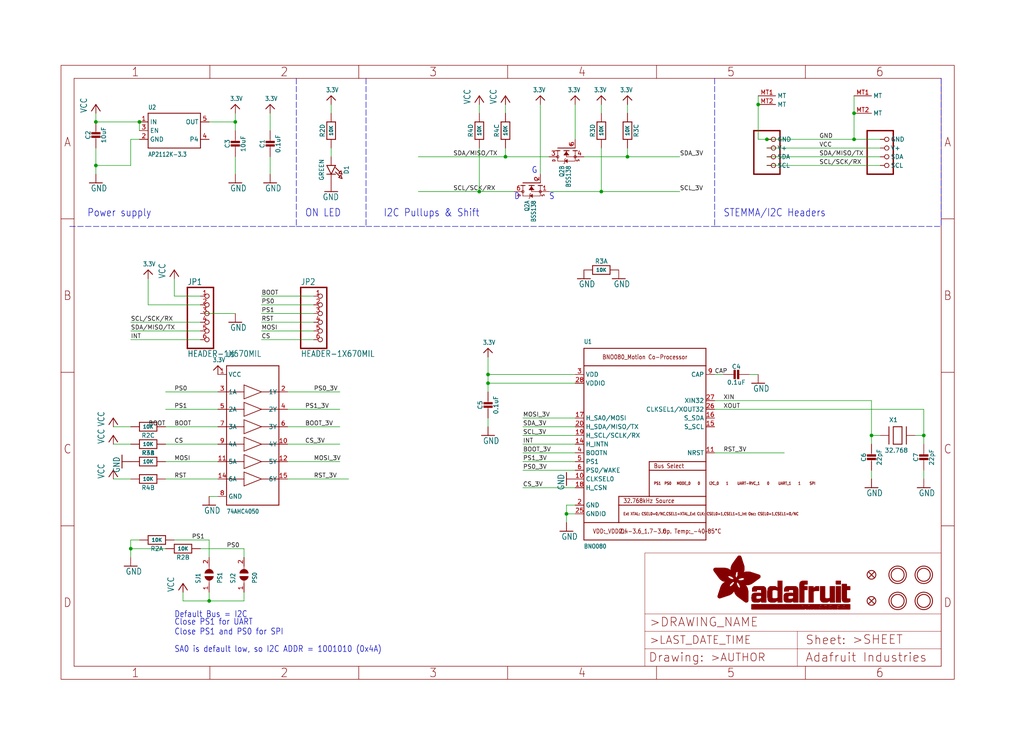
<source format=kicad_sch>
(kicad_sch (version 20211123) (generator eeschema)
  (paper "User" 298.45 217.881)
  (lib_symbols
    (symbol "schematicEagle-eagle-import:3.3V" (power)
      (property "Value" "3.3V" (at -1.524 1.016 0))
      (symbol "3.3V_1_0"
        (pin power_in line (at 0 -2.54 90) (length 2.54) (name "3.3V") (number "1"))
      )
    )
    (symbol "schematicEagle-eagle-import:74HC4050DTSSOP"
      (property "Reference" "U" (at -7.62 22.86 0))
      (property "Value" "74HC4050DTSSOP" (at -7.62 -22.86 0))
      (symbol "74HC4050DTSSOP_1_0"
        (pin bidirectional line (at -10.16 17.78 0) (length 2.54) (name "VCC") (number "1"))
        (pin bidirectional line (at 10.16 -2.54 180) (length 2.54) (name "4Y") (number "10"))
        (pin bidirectional line (at -10.16 -7.62 0) (length 2.54) (name "5A") (number "11"))
        (pin bidirectional line (at 10.16 -7.62 180) (length 2.54) (name "5Y") (number "12"))
        (pin bidirectional line (at -10.16 -12.7 0) (length 2.54) (name "6A") (number "14"))
        (pin bidirectional line (at 10.16 -12.7 180) (length 2.54) (name "6Y") (number "15"))
        (pin bidirectional line (at 10.16 12.7 180) (length 2.54) (name "1Y") (number "2"))
        (pin bidirectional line (at -10.16 12.7 0) (length 2.54) (name "1A") (number "3"))
        (pin bidirectional line (at 10.16 7.62 180) (length 2.54) (name "2Y") (number "4"))
        (pin bidirectional line (at -10.16 7.62 0) (length 2.54) (name "2A") (number "5"))
        (pin bidirectional line (at 10.16 2.54 180) (length 2.54) (name "3Y") (number "6"))
        (pin bidirectional line (at -10.16 2.54 0) (length 2.54) (name "3A") (number "7"))
        (pin bidirectional line (at -10.16 -17.78 0) (length 2.54) (name "GND") (number "8"))
        (pin bidirectional line (at -10.16 -2.54 0) (length 2.54) (name "4A") (number "9"))
      )
    )
    (symbol "schematicEagle-eagle-import:BNO080"
      (property "Reference" "U" (at -17.78 29.21 0))
      (property "Value" "BNO080" (at -17.78 -30.48 0))
      (symbol "BNO080_1_0"
        (text "2.4-3.6_1.7-3.6" (at -7.62 -25.4 0) (effects (font (size 1.27 1.0795)) (justify left)))
        (text "32.768kHz Source" (at -6.35 -16.51 0) (effects (font (size 1.27 1.0795)) (justify left)))
        (text "BNO080_Motion Co-Processor" (at 0 25.4 0) (effects (font (size 1.27 1.0795))))
        (text "Bus Select" (at 2.54 -6.35 0) (effects (font (size 1.27 1.0795)) (justify left)))
        (text "Ext XTAL: CSEL0=0/NC,CSEL1=XTAL_Ext CLK: CSEL0=1,CSEL1=1_Int Osc: CSEL0=1,CSEL1=0/NC" (at -6.35 -20.32 0) (effects (font (size 0.8128 0.6908)) (justify left)))
        (text "Op. Temp:_-40~85°C" (at 5.08 -25.4 0) (effects (font (size 1.27 1.0795)) (justify left)))
        (text "PS1  PS0   MODE_0    0     I2C_0    1     UART-RVC_1    0     UART_1    1     SPI" (at 2.54 -11.43 0) (effects (font (size 0.8128 0.6908)) (justify left)))
        (text "VDD:_VDDIO:" (at -15.24 -25.4 0) (effects (font (size 1.27 1.0795)) (justify left)))
        (pin input line (at -20.32 -10.16 0) (length 2.54) (name "CLKSEL0") (number "10"))
        (pin input line (at 20.32 -2.54 180) (length 2.54) (name "NRST") (number "11"))
        (pin output line (at -20.32 0 0) (length 2.54) (name "H_INTN") (number "14"))
        (pin bidirectional line (at 20.32 5.08 180) (length 2.54) (name "S_SCL") (number "15"))
        (pin bidirectional line (at 20.32 7.62 180) (length 2.54) (name "S_SDA") (number "16"))
        (pin output line (at -20.32 7.62 0) (length 2.54) (name "H_SA0/MOSI") (number "17"))
        (pin input line (at -20.32 -12.7 0) (length 2.54) (name "H_CSN") (number "18"))
        (pin bidirectional line (at -20.32 2.54 0) (length 2.54) (name "H_SCL/SCLK/RX") (number "19"))
        (pin power_in line (at -20.32 -17.78 0) (length 2.54) (name "GND") (number "2"))
        (pin bidirectional line (at -20.32 5.08 0) (length 2.54) (name "H_SDA/MISO/TX") (number "20"))
        (pin power_in line (at -20.32 -20.32 0) (length 2.54) (name "GNDIO") (number "25"))
        (pin output line (at 20.32 10.16 180) (length 2.54) (name "CLKSEL1/XOUT32") (number "26"))
        (pin input line (at 20.32 12.7 180) (length 2.54) (name "XIN32") (number "27"))
        (pin power_in line (at -20.32 17.78 0) (length 2.54) (name "VDDIO") (number "28"))
        (pin power_in line (at -20.32 20.32 0) (length 2.54) (name "VDD") (number "3"))
        (pin input line (at -20.32 -2.54 0) (length 2.54) (name "BOOTN") (number "4"))
        (pin input line (at -20.32 -5.08 0) (length 2.54) (name "PS1") (number "5"))
        (pin input line (at -20.32 -7.62 0) (length 2.54) (name "PS0/WAKE") (number "6"))
        (pin passive line (at 20.32 20.32 180) (length 2.54) (name "CAP") (number "9"))
      )
    )
    (symbol "schematicEagle-eagle-import:CAP_CERAMIC0603_NO"
      (property "Reference" "C" (at -2.29 1.25 90))
      (property "Value" "CAP_CERAMIC0603_NO" (at 2.3 1.25 90))
      (symbol "CAP_CERAMIC0603_NO_1_0"
        (pin passive line (at 0 5.08 270) (length 2.54) (name "1") (number "1"))
        (pin passive line (at 0 -2.54 90) (length 2.54) (name "2") (number "2"))
      )
    )
    (symbol "schematicEagle-eagle-import:CAP_CERAMIC0805-NOOUTLINE"
      (property "Reference" "C" (at -2.29 1.25 90))
      (property "Value" "CAP_CERAMIC0805-NOOUTLINE" (at 2.3 1.25 90))
      (symbol "CAP_CERAMIC0805-NOOUTLINE_1_0"
        (pin passive line (at 0 5.08 270) (length 2.54) (name "1") (number "1"))
        (pin passive line (at 0 -2.54 90) (length 2.54) (name "2") (number "2"))
      )
    )
    (symbol "schematicEagle-eagle-import:FIDUCIAL_1MM")
    (symbol "schematicEagle-eagle-import:FRAME_A4_ADAFRUIT"
      (symbol "FRAME_A4_ADAFRUIT_0_0"
        (text "1" (at 21.6958 1.905 0) (effects (font (size 2.54 2.286))))
        (text "1" (at 21.6958 177.165 0) (effects (font (size 2.54 2.286))))
        (text "2" (at 65.0875 1.905 0) (effects (font (size 2.54 2.286))))
        (text "2" (at 65.0875 177.165 0) (effects (font (size 2.54 2.286))))
        (text "3" (at 108.4792 1.905 0) (effects (font (size 2.54 2.286))))
        (text "3" (at 108.4792 177.165 0) (effects (font (size 2.54 2.286))))
        (text "4" (at 151.8708 1.905 0) (effects (font (size 2.54 2.286))))
        (text "4" (at 151.8708 177.165 0) (effects (font (size 2.54 2.286))))
        (text "5" (at 195.2625 1.905 0) (effects (font (size 2.54 2.286))))
        (text "5" (at 195.2625 177.165 0) (effects (font (size 2.54 2.286))))
        (text "6" (at 238.6542 1.905 0) (effects (font (size 2.54 2.286))))
        (text "6" (at 238.6542 177.165 0) (effects (font (size 2.54 2.286))))
        (text "A" (at 1.905 156.6863 0) (effects (font (size 2.54 2.286))))
        (text "A" (at 258.445 156.6863 0) (effects (font (size 2.54 2.286))))
        (text "B" (at 1.905 111.9188 0) (effects (font (size 2.54 2.286))))
        (text "B" (at 258.445 111.9188 0) (effects (font (size 2.54 2.286))))
        (text "C" (at 1.905 67.1513 0) (effects (font (size 2.54 2.286))))
        (text "C" (at 258.445 67.1513 0) (effects (font (size 2.54 2.286))))
        (text "D" (at 1.905 22.3838 0) (effects (font (size 2.54 2.286))))
        (text "D" (at 258.445 22.3838 0) (effects (font (size 2.54 2.286))))
      )
      (symbol "FRAME_A4_ADAFRUIT_1_0"
        (text ">AUTHOR" (at 189.23 5.08 0) (effects (font (size 2.286 2.286)) (justify left bottom)))
        (text ">DRAWING_NAME" (at 171.45 15.24 0) (effects (font (size 2.54 2.54)) (justify left bottom)))
        (text ">LAST_DATE_TIME" (at 171.45 10.16 0) (effects (font (size 2.286 2.286)) (justify left bottom)))
        (text ">SHEET" (at 230.505 10.16 0) (effects (font (size 2.54 2.54)) (justify left bottom)))
        (text "Adafruit Industries" (at 216.916 4.953 0) (effects (font (size 2.54 2.54)) (justify left bottom)))
        (text "Drawing:" (at 171.196 4.953 0) (effects (font (size 2.54 2.54)) (justify left bottom)))
        (text "Sheet:" (at 216.916 10.033 0) (effects (font (size 2.54 2.54)) (justify left bottom)))
      )
    )
    (symbol "schematicEagle-eagle-import:GND" (power)
      (property "Value" "GND" (at -2.54 -2.54 0))
      (symbol "GND_1_0"
        (pin power_in line (at 0 2.54 270) (length 2.54) (name "GND") (number "1"))
      )
    )
    (symbol "schematicEagle-eagle-import:HEADER-1X670MIL"
      (property "Reference" "JP" (at -6.35 10.795 0))
      (property "Value" "HEADER-1X670MIL" (at -6.35 -10.16 0))
      (symbol "HEADER-1X670MIL_1_0"
        (pin passive inverted (at -2.54 7.62 0) (length 2.54) (name "1") (number "1"))
        (pin passive inverted (at -2.54 5.08 0) (length 2.54) (name "2") (number "2"))
        (pin passive inverted (at -2.54 2.54 0) (length 2.54) (name "3") (number "3"))
        (pin passive inverted (at -2.54 0 0) (length 2.54) (name "4") (number "4"))
        (pin passive inverted (at -2.54 -2.54 0) (length 2.54) (name "5") (number "5"))
        (pin passive inverted (at -2.54 -5.08 0) (length 2.54) (name "6") (number "6"))
      )
    )
    (symbol "schematicEagle-eagle-import:LED0603_NOOUTLINE"
      (property "Reference" "D" (at -1.27 4.445 0))
      (property "Value" "LED0603_NOOUTLINE" (at -1.27 -2.794 0))
      (symbol "LED0603_NOOUTLINE_1_0"
        (pin passive line (at -5.08 0 0) (length 2.54) (name "A") (number "A"))
        (pin passive line (at 2.54 0 180) (length 2.54) (name "C") (number "C"))
      )
    )
    (symbol "schematicEagle-eagle-import:MOSFET-N_DUAL"
      (property "Reference" "Q" (at 5.08 0.635 0))
      (property "Value" "MOSFET-N_DUAL" (at 5.08 -1.27 0))
      (symbol "MOSFET-N_DUAL_1_0"
        (text "D" (at 3.175 3.175 0) (effects (font (size 0.8128 0.6908)) (justify left bottom)))
        (text "G" (at -1.27 -1.905 0) (effects (font (size 0.8128 0.6908)) (justify left bottom)))
        (text "S" (at 3.175 -3.81 0) (effects (font (size 0.8128 0.6908)) (justify left bottom)))
        (pin bidirectional line (at 2.54 -5.08 90) (length 2.54) (name "S") (number "1"))
        (pin bidirectional line (at -2.54 -2.54 0) (length 2.54) (name "G") (number "2"))
        (pin bidirectional line (at 2.54 5.08 270) (length 2.54) (name "D") (number "6"))
      )
      (symbol "MOSFET-N_DUAL_2_0"
        (text "D" (at 3.175 3.175 0) (effects (font (size 0.8128 0.6908)) (justify left bottom)))
        (text "G" (at -1.27 -1.905 0) (effects (font (size 0.8128 0.6908)) (justify left bottom)))
        (text "S" (at 3.175 -3.81 0) (effects (font (size 0.8128 0.6908)) (justify left bottom)))
        (pin bidirectional line (at 2.54 5.08 270) (length 2.54) (name "D") (number "3"))
        (pin bidirectional line (at 2.54 -5.08 90) (length 2.54) (name "S") (number "4"))
        (pin bidirectional line (at -2.54 -2.54 0) (length 2.54) (name "G") (number "5"))
      )
    )
    (symbol "schematicEagle-eagle-import:MOUNTINGHOLE2.5")
    (symbol "schematicEagle-eagle-import:RESISTOR_4PACK"
      (property "Reference" "R" (at 0 2.54 0))
      (property "Value" "RESISTOR_4PACK" (at 0 0 0))
      (symbol "RESISTOR_4PACK_1_0"
        (pin passive line (at -5.08 0 0) (length 2.54) (name "1") (number "1"))
        (pin passive line (at 5.08 0 180) (length 2.54) (name "2") (number "8"))
      )
      (symbol "RESISTOR_4PACK_2_0"
        (pin passive line (at -5.08 0 0) (length 2.54) (name "1") (number "2"))
        (pin passive line (at 5.08 0 180) (length 2.54) (name "2") (number "7"))
      )
      (symbol "RESISTOR_4PACK_3_0"
        (pin passive line (at -5.08 0 0) (length 2.54) (name "1") (number "3"))
        (pin passive line (at 5.08 0 180) (length 2.54) (name "2") (number "6"))
      )
      (symbol "RESISTOR_4PACK_4_0"
        (pin passive line (at -5.08 0 0) (length 2.54) (name "1") (number "4"))
        (pin passive line (at 5.08 0 180) (length 2.54) (name "2") (number "5"))
      )
    )
    (symbol "schematicEagle-eagle-import:SOLDERJUMPER"
      (property "Reference" "SJ" (at -2.54 2.54 0))
      (property "Value" "SOLDERJUMPER" (at -2.54 -3.81 0))
      (symbol "SOLDERJUMPER_1_0"
        (pin passive line (at -5.08 0 0) (length 2.54) (name "1") (number "1"))
        (pin passive line (at 5.08 0 180) (length 2.54) (name "2") (number "2"))
      )
    )
    (symbol "schematicEagle-eagle-import:STEMMA_I2C_QT"
      (symbol "STEMMA_I2C_QT_1_0"
        (pin passive inverted (at 0 5.08 0) (length 2.54) (name "GND") (number "1"))
        (pin passive inverted (at 0 2.54 0) (length 2.54) (name "V+") (number "2"))
        (pin passive inverted (at 0 0 0) (length 2.54) (name "SDA") (number "3"))
        (pin passive inverted (at 0 -2.54 0) (length 2.54) (name "SCL") (number "4"))
      )
      (symbol "STEMMA_I2C_QT_2_0"
        (pin bidirectional line (at 0 0 0) (length 5.08) (name "MT") (number "MT1"))
      )
      (symbol "STEMMA_I2C_QT_3_0"
        (pin bidirectional line (at 0 0 0) (length 5.08) (name "MT") (number "MT2"))
      )
    )
    (symbol "schematicEagle-eagle-import:VCC" (power)
      (property "Value" "VCC" (at -2.54 -2.54 90))
      (symbol "VCC_1_0"
        (pin power_in line (at 0 -2.54 90) (length 2.54) (name "VCC") (number "1"))
      )
    )
    (symbol "schematicEagle-eagle-import:VREG_SOT23-5"
      (property "Reference" "U" (at -7.62 6.096 0))
      (property "Value" "VREG_SOT23-5" (at -7.62 -7.62 0))
      (symbol "VREG_SOT23-5_1_0"
        (pin power_in line (at -10.16 2.54 0) (length 2.54) (name "IN") (number "1"))
        (pin power_in line (at -10.16 -2.54 0) (length 2.54) (name "GND") (number "2"))
        (pin input line (at -10.16 0 0) (length 2.54) (name "EN") (number "3"))
        (pin bidirectional line (at 10.16 -2.54 180) (length 2.54) (name "P4") (number "4"))
        (pin power_in line (at 10.16 2.54 180) (length 2.54) (name "OUT") (number "5"))
      )
    )
    (symbol "schematicEagle-eagle-import:XTAL-3.2X1.5"
      (property "Reference" "X" (at -2.54 3.81 0))
      (property "Value" "XTAL-3.2X1.5" (at -3.81 -5.08 0))
      (symbol "XTAL-3.2X1.5_1_0"
        (pin bidirectional line (at -5.08 0 0) (length 2.54) (name "P$1") (number "P$1"))
        (pin bidirectional line (at 5.08 0 180) (length 2.54) (name "P$2") (number "P$2"))
      )
    )
  )
  (junction (at 38.1 160.02))
  (junction (at 248.92 40.64))
  (junction (at 142.24 111.76))
  (junction (at 60.96 175.26))
  (junction (at 254 127))
  (junction (at 40.64 35.56))
  (junction (at 147.32 45.72))
  (junction (at 139.7 55.88))
  (junction (at 223.52 40.64))
  (junction (at 68.58 35.56))
  (junction (at 27.94 35.56))
  (junction (at 269.24 127))
  (junction (at 220.98 30.48))
  (junction (at 142.24 109.22))
  (junction (at 165.1 149.86))
  (junction (at 27.94 48.26))
  (junction (at 182.88 45.72))
  (junction (at 175.26 55.88))
  (junction (at 248.92 33.02))
  (wire (pts (xy 147.32 33.02) (xy 147.32 30.48)))
  (wire (pts (xy 167.64 147.32) (xy 165.1 147.32)))
  (polyline (pts (xy 20.32 66.04) (xy 86.36 66.04)))
  (wire (pts (xy 63.5 119.38) (xy 48.26 119.38)))
  (wire (pts (xy 142.24 111.76) (xy 142.24 109.22)))
  (wire (pts (xy 83.82 124.46) (xy 99.06 124.46)))
  (wire (pts (xy 139.7 55.88) (xy 121.92 55.88)))
  (wire (pts (xy 160.02 55.88) (xy 175.26 55.88)))
  (wire (pts (xy 147.32 43.18) (xy 147.32 45.72)))
  (wire (pts (xy 248.92 40.64) (xy 223.52 40.64)))
  (wire (pts (xy 167.64 132.08) (xy 152.4 132.08)))
  (wire (pts (xy 167.64 109.22) (xy 142.24 109.22)))
  (wire (pts (xy 38.1 157.48) (xy 38.1 160.02)))
  (wire (pts (xy 269.24 127) (xy 269.24 129.54)))
  (wire (pts (xy 50.8 86.36) (xy 50.8 81.28)))
  (wire (pts (xy 60.96 35.56) (xy 68.58 35.56)))
  (wire (pts (xy 167.64 121.92) (xy 152.4 121.92)))
  (wire (pts (xy 256.54 45.72) (xy 223.52 45.72)))
  (wire (pts (xy 160.02 45.72) (xy 147.32 45.72)))
  (wire (pts (xy 248.92 33.02) (xy 248.92 40.64)))
  (wire (pts (xy 33.02 129.54) (xy 38.1 129.54)))
  (wire (pts (xy 167.64 129.54) (xy 152.4 129.54)))
  (wire (pts (xy 157.48 50.8) (xy 157.48 30.48)))
  (wire (pts (xy 96.52 30.48) (xy 96.52 33.02)))
  (wire (pts (xy 40.64 35.56) (xy 27.94 35.56)))
  (wire (pts (xy 269.24 137.16) (xy 269.24 139.7)))
  (wire (pts (xy 175.26 33.02) (xy 175.26 30.48)))
  (wire (pts (xy 58.42 91.44) (xy 68.58 91.44)))
  (wire (pts (xy 223.52 48.26) (xy 256.54 48.26)))
  (wire (pts (xy 91.44 88.9) (xy 76.2 88.9)))
  (wire (pts (xy 91.44 96.52) (xy 76.2 96.52)))
  (wire (pts (xy 165.1 147.32) (xy 165.1 149.86)))
  (wire (pts (xy 91.44 93.98) (xy 76.2 93.98)))
  (wire (pts (xy 208.28 116.84) (xy 254 116.84)))
  (wire (pts (xy 63.5 124.46) (xy 48.26 124.46)))
  (wire (pts (xy 208.28 132.08) (xy 228.6 132.08)))
  (wire (pts (xy 220.98 27.94) (xy 220.98 30.48)))
  (wire (pts (xy 269.24 119.38) (xy 269.24 127)))
  (wire (pts (xy 60.96 172.72) (xy 60.96 175.26)))
  (wire (pts (xy 58.42 160.02) (xy 71.12 160.02)))
  (wire (pts (xy 165.1 149.86) (xy 165.1 152.4)))
  (wire (pts (xy 142.24 121.92) (xy 142.24 124.46)))
  (wire (pts (xy 38.1 40.64) (xy 38.1 48.26)))
  (wire (pts (xy 208.28 119.38) (xy 269.24 119.38)))
  (wire (pts (xy 220.98 30.48) (xy 220.98 40.64)))
  (wire (pts (xy 63.5 144.78) (xy 60.96 144.78)))
  (wire (pts (xy 254 137.16) (xy 254 139.7)))
  (polyline (pts (xy 106.68 66.04) (xy 208.28 66.04)))
  (wire (pts (xy 152.4 137.16) (xy 167.64 137.16)))
  (wire (pts (xy 167.64 134.62) (xy 152.4 134.62)))
  (wire (pts (xy 53.34 175.26) (xy 53.34 172.72)))
  (wire (pts (xy 167.64 124.46) (xy 152.4 124.46)))
  (wire (pts (xy 256.54 40.64) (xy 248.92 40.64)))
  (wire (pts (xy 91.44 86.36) (xy 76.2 86.36)))
  (wire (pts (xy 71.12 175.26) (xy 60.96 175.26)))
  (wire (pts (xy 48.26 160.02) (xy 38.1 160.02)))
  (wire (pts (xy 68.58 35.56) (xy 68.58 33.02)))
  (wire (pts (xy 63.5 134.62) (xy 48.26 134.62)))
  (wire (pts (xy 167.64 111.76) (xy 142.24 111.76)))
  (wire (pts (xy 170.18 45.72) (xy 182.88 45.72)))
  (wire (pts (xy 71.12 160.02) (xy 71.12 162.56)))
  (wire (pts (xy 182.88 43.18) (xy 182.88 45.72)))
  (wire (pts (xy 182.88 33.02) (xy 182.88 30.48)))
  (wire (pts (xy 58.42 99.06) (xy 38.1 99.06)))
  (wire (pts (xy 27.94 33.02) (xy 27.94 35.56)))
  (wire (pts (xy 167.64 127) (xy 152.4 127)))
  (wire (pts (xy 142.24 109.22) (xy 142.24 104.14)))
  (wire (pts (xy 83.82 134.62) (xy 99.06 134.62)))
  (wire (pts (xy 48.26 129.54) (xy 63.5 129.54)))
  (wire (pts (xy 71.12 172.72) (xy 71.12 175.26)))
  (polyline (pts (xy 208.28 22.86) (xy 208.28 66.04)))
  (wire (pts (xy 33.02 139.7) (xy 38.1 139.7)))
  (polyline (pts (xy 86.36 22.86) (xy 86.36 66.04)))
  (wire (pts (xy 78.74 33.02) (xy 78.74 38.1)))
  (wire (pts (xy 63.5 114.3) (xy 48.26 114.3)))
  (wire (pts (xy 33.02 124.46) (xy 38.1 124.46)))
  (wire (pts (xy 60.96 157.48) (xy 60.96 162.56)))
  (wire (pts (xy 50.8 157.48) (xy 60.96 157.48)))
  (wire (pts (xy 142.24 114.3) (xy 142.24 111.76)))
  (wire (pts (xy 167.64 40.64) (xy 167.64 30.48)))
  (wire (pts (xy 175.26 55.88) (xy 198.12 55.88)))
  (wire (pts (xy 91.44 91.44) (xy 76.2 91.44)))
  (wire (pts (xy 254 127) (xy 254 129.54)))
  (wire (pts (xy 60.96 175.26) (xy 53.34 175.26)))
  (polyline (pts (xy 208.28 66.04) (xy 274.32 66.04)))
  (wire (pts (xy 167.64 142.24) (xy 152.4 142.24)))
  (wire (pts (xy 83.82 129.54) (xy 99.06 129.54)))
  (wire (pts (xy 58.42 86.36) (xy 50.8 86.36)))
  (wire (pts (xy 68.58 45.72) (xy 68.58 50.8)))
  (wire (pts (xy 58.42 96.52) (xy 38.1 96.52)))
  (wire (pts (xy 38.1 157.48) (xy 40.64 157.48)))
  (wire (pts (xy 218.44 109.22) (xy 220.98 109.22)))
  (wire (pts (xy 48.26 139.7) (xy 63.5 139.7)))
  (wire (pts (xy 91.44 99.06) (xy 76.2 99.06)))
  (wire (pts (xy 96.52 45.72) (xy 96.52 43.18)))
  (wire (pts (xy 43.18 88.9) (xy 43.18 81.28)))
  (wire (pts (xy 99.06 119.38) (xy 83.82 119.38)))
  (wire (pts (xy 83.82 139.7) (xy 101.6 139.7)))
  (polyline (pts (xy 274.32 22.86) (xy 274.32 66.04)))
  (wire (pts (xy 27.94 48.26) (xy 27.94 43.18)))
  (wire (pts (xy 40.64 38.1) (xy 40.64 35.56)))
  (wire (pts (xy 139.7 43.18) (xy 139.7 55.88)))
  (wire (pts (xy 149.86 55.88) (xy 139.7 55.88)))
  (polyline (pts (xy 106.68 22.86) (xy 106.68 66.04)))
  (wire (pts (xy 83.82 114.3) (xy 99.06 114.3)))
  (wire (pts (xy 147.32 45.72) (xy 121.92 45.72)))
  (wire (pts (xy 40.64 40.64) (xy 38.1 40.64)))
  (wire (pts (xy 254 116.84) (xy 254 127)))
  (wire (pts (xy 58.42 88.9) (xy 43.18 88.9)))
  (wire (pts (xy 27.94 48.26) (xy 27.94 50.8)))
  (wire (pts (xy 256.54 127) (xy 254 127)))
  (wire (pts (xy 266.7 127) (xy 269.24 127)))
  (wire (pts (xy 167.64 149.86) (xy 165.1 149.86)))
  (wire (pts (xy 78.74 45.72) (xy 78.74 50.8)))
  (wire (pts (xy 38.1 160.02) (xy 38.1 162.56)))
  (wire (pts (xy 175.26 43.18) (xy 175.26 55.88)))
  (wire (pts (xy 58.42 93.98) (xy 38.1 93.98)))
  (wire (pts (xy 38.1 48.26) (xy 27.94 48.26)))
  (polyline (pts (xy 86.36 66.04) (xy 106.68 66.04)))
  (wire (pts (xy 223.52 43.18) (xy 256.54 43.18)))
  (wire (pts (xy 182.88 45.72) (xy 198.12 45.72)))
  (wire (pts (xy 220.98 40.64) (xy 223.52 40.64)))
  (wire (pts (xy 68.58 35.56) (xy 68.58 38.1)))
  (wire (pts (xy 139.7 30.48) (xy 139.7 33.02)))
  (wire (pts (xy 208.28 109.22) (xy 210.82 109.22)))
  (wire (pts (xy 248.92 27.94) (xy 248.92 33.02)))
  (text "ON LED" (at 88.9 63.5 180) (effects (font (size 2.1844 1.8567)) (justify left bottom)))
  (text "I2C Pullups & Shift" (at 111.76 63.5 180) (effects (font (size 2.1844 1.8567)) (justify left bottom)))
  (text "SA0 is default low, so I2C ADDR = 1001010 (0x4A)" (at 50.8 190.5 180) (effects (font (size 1.778 1.5113)) (justify left bottom)))
  (text "Close PS1 for UART\nClose PS1 and PS0 for SPI" (at 50.8 185.42 180) (effects (font (size 1.778 1.5113)) (justify left bottom)))
  (text "Power supply" (at 25.4 63.5 180) (effects (font (size 2.1844 1.8567)) (justify left bottom)))
  (text "S" (at 160.02 58.42 180) (effects (font (size 1.778 1.5113)) (justify left bottom)))
  (text "G" (at 154.94 50.8 180) (effects (font (size 1.778 1.5113)) (justify left bottom)))
  (text "D" (at 149.86 58.42 180) (effects (font (size 1.778 1.5113)) (justify left bottom)))
  (text "Default Bus = I2C" (at 50.8 180.34 180) (effects (font (size 1.778 1.5113)) (justify left bottom)))
  (text "STEMMA/I2C Headers" (at 210.82 63.5 180) (effects (font (size 2.1844 1.8567)) (justify left bottom)))
  (label "XIN" (at 210.82 116.84 0) (effects (font (size 1.2446 1.2446))))
  (label "BOOT" (at 76.2 86.36 0) (effects (font (size 1.2446 1.2446))))
  (label "SDA/MISO/TX" (at 238.76 45.72 0) (effects (font (size 1.2446 1.2446))))
  (label "GND" (at 238.76 40.64 0) (effects (font (size 1.2446 1.2446))))
  (label "RST_3V" (at 91.44 139.7 0) (effects (font (size 1.2446 1.2446))))
  (label "BOOT_3V" (at 88.9 124.46 0) (effects (font (size 1.2446 1.2446))))
  (label "PS1_3V" (at 88.9 119.38 0) (effects (font (size 1.2446 1.2446))))
  (label "CS_3V" (at 88.9 129.54 0) (effects (font (size 1.2446 1.2446))))
  (label "INT" (at 152.4 129.54 0) (effects (font (size 1.2446 1.2446))))
  (label "BOOT" (at 50.8 124.46 0) (effects (font (size 1.2446 1.2446))))
  (label "SDA/MISO/TX" (at 132.08 45.72 0) (effects (font (size 1.2446 1.2446))))
  (label "PS1" (at 55.88 157.48 0) (effects (font (size 1.2446 1.2446))))
  (label "PS0" (at 76.2 88.9 0) (effects (font (size 1.2446 1.2446))))
  (label "MOSI" (at 50.8 134.62 0) (effects (font (size 1.2446 1.2446))))
  (label "SCL/SCK/RX" (at 238.76 48.26 0) (effects (font (size 1.2446 1.2446))))
  (label "SDA_3V" (at 152.4 124.46 0) (effects (font (size 1.2446 1.2446))))
  (label "MOSI" (at 76.2 96.52 0) (effects (font (size 1.2446 1.2446))))
  (label "BOOT_3V" (at 152.4 132.08 0) (effects (font (size 1.2446 1.2446))))
  (label "CS" (at 50.8 129.54 0) (effects (font (size 1.2446 1.2446))))
  (label "RST_3V" (at 210.82 132.08 0) (effects (font (size 1.2446 1.2446))))
  (label "PS1_3V" (at 152.4 134.62 0) (effects (font (size 1.2446 1.2446))))
  (label "PS0_3V" (at 152.4 137.16 0) (effects (font (size 1.2446 1.2446))))
  (label "XOUT" (at 210.82 119.38 0) (effects (font (size 1.2446 1.2446))))
  (label "PS1" (at 50.8 119.38 0) (effects (font (size 1.2446 1.2446))))
  (label "INT" (at 38.1 99.06 0) (effects (font (size 1.2446 1.2446))))
  (label "PS1" (at 76.2 91.44 0) (effects (font (size 1.2446 1.2446))))
  (label "PS0" (at 50.8 114.3 0) (effects (font (size 1.2446 1.2446))))
  (label "MOSI_3V" (at 91.44 134.62 0) (effects (font (size 1.2446 1.2446))))
  (label "PS0" (at 66.04 160.02 0) (effects (font (size 1.2446 1.2446))))
  (label "MOSI_3V" (at 152.4 121.92 0) (effects (font (size 1.2446 1.2446))))
  (label "RST" (at 76.2 93.98 0) (effects (font (size 1.2446 1.2446))))
  (label "PS0_3V" (at 91.44 114.3 0) (effects (font (size 1.2446 1.2446))))
  (label "SCL/SCK/RX" (at 132.08 55.88 0) (effects (font (size 1.2446 1.2446))))
  (label "SCL_3V" (at 198.12 55.88 0) (effects (font (size 1.2446 1.2446))))
  (label "SDA_3V" (at 198.12 45.72 0) (effects (font (size 1.2446 1.2446))))
  (label "VCC" (at 238.76 43.18 0) (effects (font (size 1.2446 1.2446))))
  (label "BOOT" (at 48.26 124.46 180) (effects (font (size 1.2446 1.2446))))
  (label "RST" (at 50.8 139.7 0) (effects (font (size 1.2446 1.2446))))
  (label "CAP" (at 208.28 109.22 0) (effects (font (size 1.2446 1.2446))))
  (label "CS_3V" (at 152.4 142.24 0) (effects (font (size 1.2446 1.2446))))
  (label "SDA/MISO/TX" (at 38.1 96.52 0) (effects (font (size 1.2446 1.2446))))
  (label "SCL/SCK/RX" (at 38.1 93.98 0) (effects (font (size 1.2446 1.2446))))
  (label "CS" (at 76.2 99.06 0) (effects (font (size 1.2446 1.2446))))
  (label "SCL_3V" (at 152.4 127 0) (effects (font (size 1.2446 1.2446))))
  (symbol (lib_id "schematicEagle-eagle-import:RESISTOR_4PACK") (at 147.32 38.1 90) (unit 3)
    (property "Reference" "R4" (at 144.78 38.1 0))
    (property "Value" "10K" (at 147.32 38.1 0) (effects (font (size 1.016 1.016) bold)))
    (property "Footprint" "schematicEagle:RESPACK_4X0603" (effects hide))
  )
  (symbol (lib_id "schematicEagle-eagle-import:RESISTOR_4PACK") (at 96.52 38.1 90) (unit 4)
    (property "Reference" "R2" (at 93.98 38.1 0))
    (property "Value" "10K" (at 96.52 38.1 0) (effects (font (size 1.016 1.016) bold)))
    (property "Footprint" "schematicEagle:RESPACK_4X0603" (effects hide))
  )
  (symbol (lib_id "schematicEagle-eagle-import:VREG_SOT23-5") (at 50.8 38.1 0) (unit 1)
    (property "Reference" "U2" (at 43.18 32.004 0) (effects (font (size 1.27 1.0795)) (justify left bottom)))
    (property "Value" "AP2112K-3.3" (at 43.18 45.72 0) (effects (font (size 1.27 1.0795)) (justify left bottom)))
    (property "Footprint" "schematicEagle:SOT23-5" (effects hide))
  )
  (symbol (lib_id "schematicEagle-eagle-import:GND") (at 269.24 142.24 0) (unit 1)
    (property "Reference" "#U$9" (effects hide))
    (property "Value" "GND" (at 267.716 144.78 0) (effects (font (size 1.778 1.5113)) (justify left bottom)))
    (property "Footprint" "schematicEagle:" (effects hide))
  )
  (symbol (lib_id "schematicEagle-eagle-import:GND") (at 180.34 81.28 0) (unit 1)
    (property "Reference" "#U$29" (effects hide))
    (property "Value" "GND" (at 178.816 83.82 0) (effects (font (size 1.778 1.5113)) (justify left bottom)))
    (property "Footprint" "schematicEagle:" (effects hide))
  )
  (symbol (lib_id "schematicEagle-eagle-import:SOLDERJUMPER") (at 71.12 167.64 90) (unit 1)
    (property "Reference" "SJ2" (at 68.58 170.18 0) (effects (font (size 1.27 1.0795)) (justify left bottom)))
    (property "Value" "PS0" (at 74.93 170.18 0) (effects (font (size 1.27 1.0795)) (justify left bottom)))
    (property "Footprint" "schematicEagle:SOLDERJUMPER_ARROW_NOPASTE" (effects hide))
  )
  (symbol (lib_id "schematicEagle-eagle-import:MOUNTINGHOLE2.5") (at 261.62 175.26 0) (unit 1)
    (property "Reference" "U$1" (effects hide))
    (property "Value" "MOUNTINGHOLE2.5" (effects hide))
    (property "Footprint" "schematicEagle:MOUNTINGHOLE_2.5_PLATED" (effects hide))
  )
  (symbol (lib_id "schematicEagle-eagle-import:MOUNTINGHOLE2.5") (at 269.24 167.64 0) (unit 1)
    (property "Reference" "U$19" (effects hide))
    (property "Value" "MOUNTINGHOLE2.5" (effects hide))
    (property "Footprint" "schematicEagle:MOUNTINGHOLE_2.5_PLATED" (effects hide))
  )
  (symbol (lib_id "schematicEagle-eagle-import:3.3V") (at 78.74 30.48 0) (unit 1)
    (property "Reference" "#U$14" (effects hide))
    (property "Value" "3.3V" (at 77.216 29.464 0) (effects (font (size 1.27 1.0795)) (justify left bottom)))
    (property "Footprint" "schematicEagle:" (effects hide))
  )
  (symbol (lib_id "schematicEagle-eagle-import:STEMMA_I2C_QT") (at 248.92 27.94 0) (unit 2)
    (property "Reference" "CONN4" (effects hide))
    (property "Value" "STEMMA_I2C_QT" (effects hide))
    (property "Footprint" "schematicEagle:JST_SH4" (effects hide))
  )
  (symbol (lib_id "schematicEagle-eagle-import:VCC") (at 53.34 170.18 0) (unit 1)
    (property "Reference" "#P+8" (effects hide))
    (property "Value" "VCC" (at 50.8 172.72 90) (effects (font (size 1.778 1.5113)) (justify left bottom)))
    (property "Footprint" "schematicEagle:" (effects hide))
  )
  (symbol (lib_id "schematicEagle-eagle-import:GND") (at 68.58 93.98 0) (unit 1)
    (property "Reference" "#U$10" (effects hide))
    (property "Value" "GND" (at 67.056 96.52 0) (effects (font (size 1.778 1.5113)) (justify left bottom)))
    (property "Footprint" "schematicEagle:" (effects hide))
  )
  (symbol (lib_id "schematicEagle-eagle-import:3.3V") (at 182.88 27.94 0) (mirror y) (unit 1)
    (property "Reference" "#U$7" (effects hide))
    (property "Value" "3.3V" (at 184.404 26.924 0) (effects (font (size 1.27 1.0795)) (justify left bottom)))
    (property "Footprint" "schematicEagle:" (effects hide))
  )
  (symbol (lib_id "schematicEagle-eagle-import:HEADER-1X670MIL") (at 60.96 93.98 0) (unit 1)
    (property "Reference" "JP1" (at 54.61 83.185 0) (effects (font (size 1.778 1.5113)) (justify left bottom)))
    (property "Value" "HEADER-1X670MIL" (at 54.61 104.14 0) (effects (font (size 1.778 1.5113)) (justify left bottom)))
    (property "Footprint" "schematicEagle:1X06_ROUND_70" (effects hide))
  )
  (symbol (lib_id "schematicEagle-eagle-import:FIDUCIAL_1MM") (at 254 167.64 0) (unit 1)
    (property "Reference" "FID4" (effects hide))
    (property "Value" "FIDUCIAL_1MM" (effects hide))
    (property "Footprint" "schematicEagle:FIDUCIAL_1MM" (effects hide))
  )
  (symbol (lib_id "schematicEagle-eagle-import:3.3V") (at 157.48 27.94 0) (mirror y) (unit 1)
    (property "Reference" "#U$26" (effects hide))
    (property "Value" "3.3V" (at 159.004 26.924 0) (effects (font (size 1.27 1.0795)) (justify left bottom)))
    (property "Footprint" "schematicEagle:" (effects hide))
  )
  (symbol (lib_id "schematicEagle-eagle-import:MOUNTINGHOLE2.5") (at 269.24 175.26 0) (unit 1)
    (property "Reference" "U$21" (effects hide))
    (property "Value" "MOUNTINGHOLE2.5" (effects hide))
    (property "Footprint" "schematicEagle:MOUNTINGHOLE_2.5_PLATED" (effects hide))
  )
  (symbol (lib_id "schematicEagle-eagle-import:VCC") (at 27.94 30.48 0) (unit 1)
    (property "Reference" "#P+3" (effects hide))
    (property "Value" "VCC" (at 25.4 33.02 90) (effects (font (size 1.778 1.5113)) (justify left bottom)))
    (property "Footprint" "schematicEagle:" (effects hide))
  )
  (symbol (lib_id "schematicEagle-eagle-import:MOSFET-N_DUAL") (at 165.1 43.18 90) (mirror x) (unit 2)
    (property "Reference" "Q2" (at 164.465 48.26 0) (effects (font (size 1.27 1.0795)) (justify left bottom)))
    (property "Value" "BSS138" (at 166.37 48.26 0) (effects (font (size 1.27 1.0795)) (justify left bottom)))
    (property "Footprint" "schematicEagle:SOT363" (effects hide))
  )
  (symbol (lib_id "schematicEagle-eagle-import:GND") (at 170.18 81.28 0) (unit 1)
    (property "Reference" "#U$33" (effects hide))
    (property "Value" "GND" (at 168.656 83.82 0) (effects (font (size 1.778 1.5113)) (justify left bottom)))
    (property "Footprint" "schematicEagle:" (effects hide))
  )
  (symbol (lib_id "schematicEagle-eagle-import:GND") (at 38.1 165.1 0) (unit 1)
    (property "Reference" "#U$28" (effects hide))
    (property "Value" "GND" (at 36.576 167.64 0) (effects (font (size 1.778 1.5113)) (justify left bottom)))
    (property "Footprint" "schematicEagle:" (effects hide))
  )
  (symbol (lib_id "schematicEagle-eagle-import:RESISTOR_4PACK") (at 175.26 38.1 90) (unit 4)
    (property "Reference" "R3" (at 172.72 38.1 0))
    (property "Value" "10K" (at 175.26 38.1 0) (effects (font (size 1.016 1.016) bold)))
    (property "Footprint" "schematicEagle:RESPACK_4X0603" (effects hide))
  )
  (symbol (lib_id "schematicEagle-eagle-import:3.3V") (at 167.64 27.94 0) (mirror y) (unit 1)
    (property "Reference" "#U$23" (effects hide))
    (property "Value" "3.3V" (at 169.164 26.924 0) (effects (font (size 1.27 1.0795)) (justify left bottom)))
    (property "Footprint" "schematicEagle:" (effects hide))
  )
  (symbol (lib_id "schematicEagle-eagle-import:RESISTOR_4PACK") (at 139.7 38.1 90) (unit 4)
    (property "Reference" "R4" (at 137.16 38.1 0))
    (property "Value" "10K" (at 139.7 38.1 0) (effects (font (size 1.016 1.016) bold)))
    (property "Footprint" "schematicEagle:RESPACK_4X0603" (effects hide))
  )
  (symbol (lib_id "schematicEagle-eagle-import:RESISTOR_4PACK") (at 182.88 38.1 270) (unit 3)
    (property "Reference" "R3" (at 185.42 38.1 0))
    (property "Value" "10K" (at 182.88 38.1 0) (effects (font (size 1.016 1.016) bold)))
    (property "Footprint" "schematicEagle:RESPACK_4X0603" (effects hide))
  )
  (symbol (lib_id "schematicEagle-eagle-import:VCC") (at 50.8 78.74 0) (unit 1)
    (property "Reference" "#P+4" (effects hide))
    (property "Value" "VCC" (at 48.26 81.28 90) (effects (font (size 1.778 1.5113)) (justify left bottom)))
    (property "Footprint" "schematicEagle:" (effects hide))
  )
  (symbol (lib_id "schematicEagle-eagle-import:SOLDERJUMPER") (at 60.96 167.64 90) (unit 1)
    (property "Reference" "SJ1" (at 58.42 170.18 0) (effects (font (size 1.27 1.0795)) (justify left bottom)))
    (property "Value" "PS1" (at 64.77 170.18 0) (effects (font (size 1.27 1.0795)) (justify left bottom)))
    (property "Footprint" "schematicEagle:SOLDERJUMPER_ARROW_NOPASTE" (effects hide))
  )
  (symbol (lib_id "schematicEagle-eagle-import:MOUNTINGHOLE2.5") (at 261.62 167.64 0) (unit 1)
    (property "Reference" "U$17" (effects hide))
    (property "Value" "MOUNTINGHOLE2.5" (effects hide))
    (property "Footprint" "schematicEagle:MOUNTINGHOLE_2.5_PLATED" (effects hide))
  )
  (symbol (lib_id "schematicEagle-eagle-import:3.3V") (at 175.26 27.94 0) (mirror y) (unit 1)
    (property "Reference" "#U$24" (effects hide))
    (property "Value" "3.3V" (at 176.784 26.924 0) (effects (font (size 1.27 1.0795)) (justify left bottom)))
    (property "Footprint" "schematicEagle:" (effects hide))
  )
  (symbol (lib_id "schematicEagle-eagle-import:HEADER-1X670MIL") (at 93.98 93.98 0) (unit 1)
    (property "Reference" "JP2" (at 87.63 83.185 0) (effects (font (size 1.778 1.5113)) (justify left bottom)))
    (property "Value" "HEADER-1X670MIL" (at 87.63 104.14 0) (effects (font (size 1.778 1.5113)) (justify left bottom)))
    (property "Footprint" "schematicEagle:1X06_ROUND_70" (effects hide))
  )
  (symbol (lib_id "schematicEagle-eagle-import:RESISTOR_4PACK") (at 43.18 134.62 0) (unit 2)
    (property "Reference" "R3" (at 43.18 132.08 0))
    (property "Value" "10K" (at 43.18 134.62 0) (effects (font (size 1.016 1.016) bold)))
    (property "Footprint" "schematicEagle:RESPACK_4X0603" (effects hide))
  )
  (symbol (lib_id "schematicEagle-eagle-import:RESISTOR_4PACK") (at 43.18 139.7 180) (unit 2)
    (property "Reference" "R4" (at 43.18 142.24 0))
    (property "Value" "10K" (at 43.18 139.7 0) (effects (font (size 1.016 1.016) bold)))
    (property "Footprint" "schematicEagle:RESPACK_4X0603" (effects hide))
  )
  (symbol (lib_id "schematicEagle-eagle-import:VCC") (at 33.02 127 0) (unit 1)
    (property "Reference" "#P+5" (effects hide))
    (property "Value" "VCC" (at 30.48 129.54 90) (effects (font (size 1.778 1.5113)) (justify left bottom)))
    (property "Footprint" "schematicEagle:" (effects hide))
  )
  (symbol (lib_id "schematicEagle-eagle-import:STEMMA_I2C_QT") (at 248.92 33.02 0) (unit 3)
    (property "Reference" "CONN4" (effects hide))
    (property "Value" "STEMMA_I2C_QT" (effects hide))
    (property "Footprint" "schematicEagle:JST_SH4" (effects hide))
  )
  (symbol (lib_id "schematicEagle-eagle-import:STEMMA_I2C_QT") (at 256.54 45.72 0) (unit 1)
    (property "Reference" "CONN4" (effects hide))
    (property "Value" "STEMMA_I2C_QT" (effects hide))
    (property "Footprint" "schematicEagle:JST_SH4" (effects hide))
  )
  (symbol (lib_id "schematicEagle-eagle-import:GND") (at 27.94 53.34 0) (unit 1)
    (property "Reference" "#U$13" (effects hide))
    (property "Value" "GND" (at 26.416 55.88 0) (effects (font (size 1.778 1.5113)) (justify left bottom)))
    (property "Footprint" "schematicEagle:" (effects hide))
  )
  (symbol (lib_id "schematicEagle-eagle-import:74HC4050DTSSOP") (at 73.66 127 0) (unit 1)
    (property "Reference" "U3" (at 66.04 104.14 0) (effects (font (size 1.27 1.0795)) (justify left bottom)))
    (property "Value" "74AHC4050" (at 66.04 149.86 0) (effects (font (size 1.27 1.0795)) (justify left bottom)))
    (property "Footprint" "schematicEagle:TSSOP16" (effects hide))
  )
  (symbol (lib_id "schematicEagle-eagle-import:VCC") (at 33.02 121.92 0) (unit 1)
    (property "Reference" "#P+7" (effects hide))
    (property "Value" "VCC" (at 30.48 124.46 90) (effects (font (size 1.778 1.5113)) (justify left bottom)))
    (property "Footprint" "schematicEagle:" (effects hide))
  )
  (symbol (lib_id "schematicEagle-eagle-import:GND") (at 142.24 127 0) (unit 1)
    (property "Reference" "#U$11" (effects hide))
    (property "Value" "GND" (at 140.716 129.54 0) (effects (font (size 1.778 1.5113)) (justify left bottom)))
    (property "Footprint" "schematicEagle:" (effects hide))
  )
  (symbol (lib_id "schematicEagle-eagle-import:GND") (at 96.52 55.88 0) (unit 1)
    (property "Reference" "#GND6" (effects hide))
    (property "Value" "GND" (at 93.98 58.42 0) (effects (font (size 1.778 1.5113)) (justify left bottom)))
    (property "Footprint" "schematicEagle:" (effects hide))
  )
  (symbol (lib_id "schematicEagle-eagle-import:3.3V") (at 96.52 27.94 0) (unit 1)
    (property "Reference" "#U$3" (effects hide))
    (property "Value" "3.3V" (at 94.996 26.924 0) (effects (font (size 1.27 1.0795)) (justify left bottom)))
    (property "Footprint" "schematicEagle:" (effects hide))
  )
  (symbol (lib_id "schematicEagle-eagle-import:GND") (at 165.1 139.7 270) (unit 1)
    (property "Reference" "#U$27" (effects hide))
    (property "Value" "GND" (at 162.56 138.176 0) (effects (font (size 1.778 1.5113)) (justify left bottom)))
    (property "Footprint" "schematicEagle:" (effects hide))
  )
  (symbol (lib_id "schematicEagle-eagle-import:GND") (at 60.96 147.32 0) (unit 1)
    (property "Reference" "#U$34" (effects hide))
    (property "Value" "GND" (at 59.436 149.86 0) (effects (font (size 1.778 1.5113)) (justify left bottom)))
    (property "Footprint" "schematicEagle:" (effects hide))
  )
  (symbol (lib_id "schematicEagle-eagle-import:3.3V") (at 63.5 106.68 0) (unit 1)
    (property "Reference" "#U$32" (effects hide))
    (property "Value" "3.3V" (at 61.976 105.664 0) (effects (font (size 1.27 1.0795)) (justify left bottom)))
    (property "Footprint" "schematicEagle:" (effects hide))
  )
  (symbol (lib_id "schematicEagle-eagle-import:GND") (at 78.74 53.34 0) (unit 1)
    (property "Reference" "#U$6" (effects hide))
    (property "Value" "GND" (at 77.216 55.88 0) (effects (font (size 1.778 1.5113)) (justify left bottom)))
    (property "Footprint" "schematicEagle:" (effects hide))
  )
  (symbol (lib_id "schematicEagle-eagle-import:GND") (at 220.98 111.76 0) (unit 1)
    (property "Reference" "#U$8" (effects hide))
    (property "Value" "GND" (at 219.456 114.3 0) (effects (font (size 1.778 1.5113)) (justify left bottom)))
    (property "Footprint" "schematicEagle:" (effects hide))
  )
  (symbol (lib_id "schematicEagle-eagle-import:CAP_CERAMIC0603_NO") (at 254 134.62 0) (unit 1)
    (property "Reference" "C6" (at 251.71 133.37 90))
    (property "Value" "22pF" (at 256.3 133.37 90))
    (property "Footprint" "schematicEagle:0603-NO" (effects hide))
  )
  (symbol (lib_id "schematicEagle-eagle-import:CAP_CERAMIC0603_NO") (at 142.24 119.38 0) (unit 1)
    (property "Reference" "C5" (at 139.95 118.13 90))
    (property "Value" "0.1uF" (at 144.54 118.13 90))
    (property "Footprint" "schematicEagle:0603-NO" (effects hide))
  )
  (symbol (lib_id "schematicEagle-eagle-import:GND") (at 35.56 134.62 270) (unit 1)
    (property "Reference" "#U$20" (effects hide))
    (property "Value" "GND" (at 33.02 133.096 0) (effects (font (size 1.778 1.5113)) (justify left bottom)))
    (property "Footprint" "schematicEagle:" (effects hide))
  )
  (symbol (lib_id "schematicEagle-eagle-import:RESISTOR_4PACK") (at 175.26 78.74 0) (unit 1)
    (property "Reference" "R3" (at 175.26 76.2 0))
    (property "Value" "10K" (at 175.26 78.74 0) (effects (font (size 1.016 1.016) bold)))
    (property "Footprint" "schematicEagle:RESPACK_4X0603" (effects hide))
  )
  (symbol (lib_id "schematicEagle-eagle-import:STEMMA_I2C_QT") (at 223.52 45.72 0) (unit 1)
    (property "Reference" "CONN3" (effects hide))
    (property "Value" "STEMMA_I2C_QT" (effects hide))
    (property "Footprint" "schematicEagle:JST_SH4" (effects hide))
  )
  (symbol (lib_id "schematicEagle-eagle-import:VCC") (at 147.32 27.94 0) (unit 1)
    (property "Reference" "#P+2" (effects hide))
    (property "Value" "VCC" (at 144.78 30.48 90) (effects (font (size 1.778 1.5113)) (justify left bottom)))
    (property "Footprint" "schematicEagle:" (effects hide))
  )
  (symbol (lib_id "schematicEagle-eagle-import:GND") (at 165.1 154.94 0) (unit 1)
    (property "Reference" "#U$2" (effects hide))
    (property "Value" "GND" (at 163.576 157.48 0) (effects (font (size 1.778 1.5113)) (justify left bottom)))
    (property "Footprint" "schematicEagle:" (effects hide))
  )
  (symbol (lib_id "schematicEagle-eagle-import:LED0603_NOOUTLINE") (at 96.52 50.8 270) (unit 1)
    (property "Reference" "D1" (at 100.965 49.53 0))
    (property "Value" "GREEN" (at 93.726 49.53 0))
    (property "Footprint" "schematicEagle:CHIPLED_0603_NOOUTLINE" (effects hide))
  )
  (symbol (lib_id "schematicEagle-eagle-import:CAP_CERAMIC0603_NO") (at 213.36 109.22 270) (unit 1)
    (property "Reference" "C4" (at 214.61 106.93 90))
    (property "Value" "0.1uF" (at 214.61 111.52 90))
    (property "Footprint" "schematicEagle:0603-NO" (effects hide))
  )
  (symbol (lib_id "schematicEagle-eagle-import:STEMMA_I2C_QT") (at 220.98 27.94 0) (unit 2)
    (property "Reference" "CONN3" (effects hide))
    (property "Value" "STEMMA_I2C_QT" (effects hide))
    (property "Footprint" "schematicEagle:JST_SH4" (effects hide))
  )
  (symbol (lib_id "schematicEagle-eagle-import:RESISTOR_4PACK") (at 43.18 124.46 180) (unit 3)
    (property "Reference" "R2" (at 43.18 127 0))
    (property "Value" "10K" (at 43.18 124.46 0) (effects (font (size 1.016 1.016) bold)))
    (property "Footprint" "schematicEagle:RESPACK_4X0603" (effects hide))
  )
  (symbol (lib_id "schematicEagle-eagle-import:3.3V") (at 43.18 78.74 0) (unit 1)
    (property "Reference" "#U$16" (effects hide))
    (property "Value" "3.3V" (at 41.656 77.724 0) (effects (font (size 1.27 1.0795)) (justify left bottom)))
    (property "Footprint" "schematicEagle:" (effects hide))
  )
  (symbol (lib_id "schematicEagle-eagle-import:FIDUCIAL_1MM") (at 254 175.26 0) (unit 1)
    (property "Reference" "FID3" (effects hide))
    (property "Value" "FIDUCIAL_1MM" (effects hide))
    (property "Footprint" "schematicEagle:FIDUCIAL_1MM" (effects hide))
  )
  (symbol (lib_id "schematicEagle-eagle-import:CAP_CERAMIC0603_NO") (at 269.24 134.62 0) (unit 1)
    (property "Reference" "C7" (at 266.95 133.37 90))
    (property "Value" "22pF" (at 271.54 133.37 90))
    (property "Footprint" "schematicEagle:0603-NO" (effects hide))
  )
  (symbol (lib_id "schematicEagle-eagle-import:BNO080") (at 187.96 129.54 0) (unit 1)
    (property "Reference" "U1" (at 170.18 100.33 0) (effects (font (size 1.27 1.0795)) (justify left bottom)))
    (property "Value" "BNO080" (at 170.18 160.02 0) (effects (font (size 1.27 1.0795)) (justify left bottom)))
    (property "Footprint" "schematicEagle:BNO080" (effects hide))
  )
  (symbol (lib_id "schematicEagle-eagle-import:3.3V") (at 68.58 30.48 0) (unit 1)
    (property "Reference" "#U$15" (effects hide))
    (property "Value" "3.3V" (at 67.056 29.464 0) (effects (font (size 1.27 1.0795)) (justify left bottom)))
    (property "Footprint" "schematicEagle:" (effects hide))
  )
  (symbol (lib_id "schematicEagle-eagle-import:CAP_CERAMIC0805-NOOUTLINE") (at 27.94 40.64 0) (unit 1)
    (property "Reference" "C2" (at 25.65 39.39 90))
    (property "Value" "10uF" (at 30.24 39.39 90))
    (property "Footprint" "schematicEagle:0805-NO" (effects hide))
  )
  (symbol (lib_id "schematicEagle-eagle-import:RESISTOR_4PACK") (at 45.72 157.48 180) (unit 1)
    (property "Reference" "R2" (at 45.72 160.02 0))
    (property "Value" "10K" (at 45.72 157.48 0) (effects (font (size 1.016 1.016) bold)))
    (property "Footprint" "schematicEagle:RESPACK_4X0603" (effects hide))
  )
  (symbol (lib_id "schematicEagle-eagle-import:FRAME_A4_ADAFRUIT") (at 17.78 198.12 0) (unit 1)
    (property "Reference" "#U$18" (effects hide))
    (property "Value" "FRAME_A4_ADAFRUIT" (effects hide))
    (property "Footprint" "schematicEagle:" (effects hide))
  )
  (symbol (lib_id "schematicEagle-eagle-import:RESISTOR_4PACK") (at 43.18 129.54 180) (unit 1)
    (property "Reference" "R4" (at 43.18 132.08 0))
    (property "Value" "10K" (at 43.18 129.54 0) (effects (font (size 1.016 1.016) bold)))
    (property "Footprint" "schematicEagle:RESPACK_4X0603" (effects hide))
  )
  (symbol (lib_id "schematicEagle-eagle-import:GND") (at 68.58 53.34 0) (unit 1)
    (property "Reference" "#U$5" (effects hide))
    (property "Value" "GND" (at 67.056 55.88 0) (effects (font (size 1.778 1.5113)) (justify left bottom)))
    (property "Footprint" "schematicEagle:" (effects hide))
  )
  (symbol (lib_id "schematicEagle-eagle-import:VCC") (at 139.7 27.94 0) (unit 1)
    (property "Reference" "#P+1" (effects hide))
    (property "Value" "VCC" (at 137.16 30.48 90) (effects (font (size 1.778 1.5113)) (justify left bottom)))
    (property "Footprint" "schematicEagle:" (effects hide))
  )
  (symbol (lib_id "schematicEagle-eagle-import:3.3V") (at 142.24 101.6 0) (unit 1)
    (property "Reference" "#U$4" (effects hide))
    (property "Value" "3.3V" (at 140.716 100.584 0) (effects (font (size 1.27 1.0795)) (justify left bottom)))
    (property "Footprint" "schematicEagle:" (effects hide))
  )
  (symbol (lib_id "schematicEagle-eagle-import:CAP_CERAMIC0603_NO") (at 78.74 43.18 0) (unit 1)
    (property "Reference" "C1" (at 76.45 41.93 90))
    (property "Value" "0.1uF" (at 81.04 41.93 90))
    (property "Footprint" "schematicEagle:0603-NO" (effects hide))
  )
  (symbol (lib_id "schematicEagle-eagle-import:VCC") (at 33.02 137.16 0) (unit 1)
    (property "Reference" "#P+6" (effects hide))
    (property "Value" "VCC" (at 30.48 139.7 90) (effects (font (size 1.778 1.5113)) (justify left bottom)))
    (property "Footprint" "schematicEagle:" (effects hide))
  )
  (symbol (lib_id "schematicEagle-eagle-import:MOSFET-N_DUAL") (at 154.94 53.34 90) (mirror x) (unit 1)
    (property "Reference" "Q2" (at 154.305 58.42 0) (effects (font (size 1.27 1.0795)) (justify left bottom)))
    (property "Value" "BSS138" (at 156.21 58.42 0) (effects (font (size 1.27 1.0795)) (justify left bottom)))
    (property "Footprint" "schematicEagle:SOT363" (effects hide))
  )
  (symbol (lib_id "schematicEagle-eagle-import:RESISTOR_4PACK") (at 53.34 160.02 180) (unit 2)
    (property "Reference" "R2" (at 53.34 162.56 0))
    (property "Value" "10K" (at 53.34 160.02 0) (effects (font (size 1.016 1.016) bold)))
    (property "Footprint" "schematicEagle:RESPACK_4X0603" (effects hide))
  )
  (symbol (lib_id "schematicEagle-eagle-import:GND") (at 254 142.24 0) (unit 1)
    (property "Reference" "#U$12" (effects hide))
    (property "Value" "GND" (at 252.476 144.78 0) (effects (font (size 1.778 1.5113)) (justify left bottom)))
    (property "Footprint" "schematicEagle:" (effects hide))
  )
  (symbol (lib_id "schematicEagle-eagle-import:CAP_CERAMIC0805-NOOUTLINE") (at 68.58 43.18 0) (unit 1)
    (property "Reference" "C3" (at 66.29 41.93 90))
    (property "Value" "10uF" (at 70.88 41.93 90))
    (property "Footprint" "schematicEagle:0805-NO" (effects hide))
  )
  (symbol (lib_id "schematicEagle-eagle-import:XTAL-3.2X1.5") (at 261.62 127 0) (unit 1)
    (property "Reference" "X1" (at 259.08 123.19 0) (effects (justify left bottom)))
    (property "Value" "32.768" (at 257.81 132.08 0) (effects (justify left bottom)))
    (property "Footprint" "schematicEagle:XTAL3215" (effects hide))
  )
  (symbol (lib_id "schematicEagle-eagle-import:STEMMA_I2C_QT") (at 220.98 30.48 0) (unit 3)
    (property "Reference" "CONN3" (effects hide))
    (property "Value" "STEMMA_I2C_QT" (effects hide))
    (property "Footprint" "schematicEagle:JST_SH4" (effects hide))
  )
)
</source>
